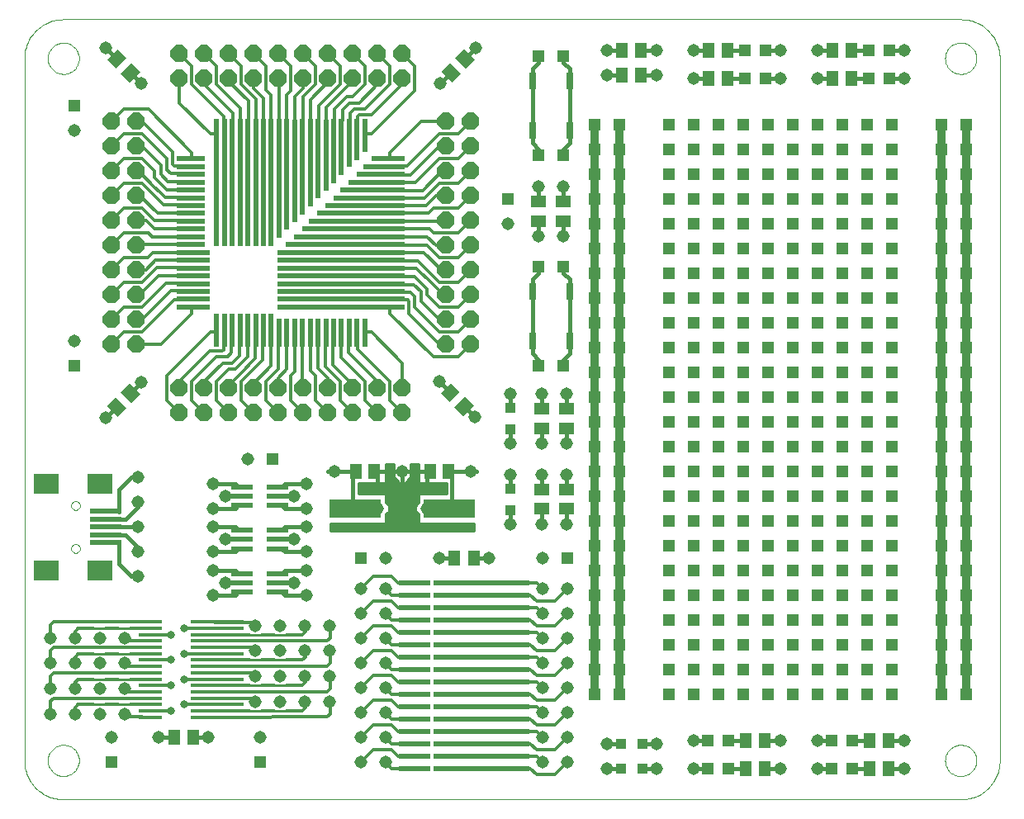
<source format=gtl>
G75*
G70*
%OFA0B0*%
%FSLAX24Y24*%
%IPPOS*%
%LPD*%
%AMOC8*
5,1,8,0,0,1.08239X$1,22.5*
%
%ADD10R,0.1260X0.0236*%
%ADD11C,0.0515*%
%ADD12C,0.0120*%
%ADD13R,0.3858X0.0236*%
%ADD14R,0.0965X0.0177*%
%ADD15C,0.0320*%
%ADD16R,0.2126X0.0177*%
%ADD17C,0.0100*%
%ADD18R,0.0300X0.0650*%
%ADD19R,0.0515X0.0515*%
%ADD20C,0.0160*%
%ADD21R,0.0866X0.0217*%
%ADD22R,0.0512X0.0591*%
%ADD23R,0.0472X0.0472*%
%ADD24R,0.0433X0.0394*%
%ADD25R,0.0394X0.0433*%
%ADD26R,0.2100X0.0760*%
%ADD27R,0.0591X0.0512*%
%ADD28C,0.0320*%
%ADD29C,0.0000*%
%ADD30R,0.0984X0.0787*%
%ADD31R,0.1299X0.0197*%
%ADD32OC8,0.0700*%
%ADD33R,0.1341X0.0217*%
%ADD34R,0.1161X0.0217*%
%ADD35R,0.0217X0.1341*%
%ADD36R,0.0217X0.1161*%
%ADD37R,0.0217X0.1122*%
%ADD38R,0.1122X0.0217*%
%ADD39R,0.5120X0.0217*%
%ADD40R,0.0217X0.5120*%
%ADD41R,0.0217X0.4805*%
%ADD42R,0.0217X0.4490*%
%ADD43R,0.4490X0.0217*%
%ADD44R,0.4175X0.0217*%
%ADD45R,0.0217X0.4175*%
%ADD46R,0.0217X0.3860*%
%ADD47R,0.3860X0.0217*%
%ADD48R,0.3545X0.0217*%
%ADD49R,0.0217X0.3545*%
%ADD50R,0.4805X0.0217*%
%ADD51R,0.3230X0.0217*%
%ADD52R,0.0217X0.3230*%
%ADD53R,0.0217X0.2915*%
%ADD54R,0.2915X0.0217*%
%ADD55R,0.2600X0.0217*%
%ADD56R,0.0217X0.2600*%
%ADD57R,0.0217X0.2285*%
%ADD58R,0.2285X0.0217*%
%ADD59R,0.1970X0.0217*%
%ADD60R,0.0217X0.1970*%
%ADD61R,0.1656X0.0217*%
%ADD62R,0.0217X0.1656*%
D10*
X020374Y004667D03*
X020374Y005167D03*
X020374Y005667D03*
X020374Y006167D03*
X020374Y006667D03*
X020374Y007167D03*
X020374Y007667D03*
X020374Y008167D03*
X020374Y008667D03*
X020374Y009167D03*
X020374Y009667D03*
X020374Y010167D03*
X020374Y010667D03*
X020374Y011167D03*
X020374Y011667D03*
X020374Y012167D03*
D11*
X019205Y011917D03*
X018205Y011917D03*
X018205Y010917D03*
X019205Y010917D03*
X019205Y009917D03*
X018205Y009917D03*
X018205Y008917D03*
X019205Y008917D03*
X019205Y007917D03*
X018205Y007917D03*
X018205Y006917D03*
X019205Y006917D03*
X019205Y005917D03*
X018205Y005917D03*
X018205Y004917D03*
X019205Y004917D03*
X016957Y007372D03*
X015957Y007372D03*
X014957Y007372D03*
X013957Y007372D03*
X013957Y008396D03*
X014957Y008396D03*
X015957Y008396D03*
X016957Y008396D03*
X016957Y009420D03*
X015957Y009420D03*
X014957Y009420D03*
X013957Y009420D03*
X013957Y010443D03*
X014957Y010443D03*
X015957Y010443D03*
X016957Y010443D03*
X016030Y011667D03*
X015530Y012167D03*
X016030Y012667D03*
X016030Y013417D03*
X015530Y013917D03*
X016030Y014417D03*
X016030Y015167D03*
X015530Y015667D03*
X016030Y016167D03*
X017136Y016667D03*
X018886Y015167D03*
X020886Y015167D03*
X019886Y016667D03*
X022636Y016667D03*
X024261Y016542D03*
X025511Y016542D03*
X026511Y016542D03*
X026511Y017792D03*
X025511Y017792D03*
X024261Y017792D03*
X022813Y018865D03*
X024261Y019792D03*
X025511Y019792D03*
X026511Y019792D03*
X021399Y020279D03*
X013636Y017167D03*
X012243Y016167D03*
X012743Y015667D03*
X012243Y015167D03*
X012243Y014417D03*
X012743Y013917D03*
X012243Y013417D03*
X012243Y012667D03*
X012743Y012167D03*
X012243Y011667D03*
X009203Y012417D03*
X009203Y013417D03*
X009203Y014417D03*
X009203Y015417D03*
X009203Y016417D03*
X007929Y018835D03*
X009343Y020249D03*
X006636Y021917D03*
X006636Y030417D03*
X009343Y032335D03*
X007929Y033749D03*
X021429Y032335D03*
X022843Y033749D03*
X028136Y033667D03*
X028136Y032667D03*
X030136Y032667D03*
X030136Y033667D03*
X031636Y033667D03*
X031636Y032542D03*
X035136Y032542D03*
X035136Y033667D03*
X036636Y033667D03*
X036636Y032542D03*
X040136Y032542D03*
X040136Y033667D03*
X026386Y028167D03*
X025386Y028167D03*
X024136Y026667D03*
X025386Y026167D03*
X026386Y026167D03*
X026511Y014542D03*
X025511Y014542D03*
X024261Y014542D03*
X023386Y013167D03*
X021386Y013167D03*
X019205Y013167D03*
X025567Y013167D03*
X025567Y011917D03*
X025567Y010917D03*
X026567Y010917D03*
X026567Y011917D03*
X026567Y009917D03*
X025567Y009917D03*
X025567Y008917D03*
X025567Y007917D03*
X026567Y007917D03*
X026567Y008917D03*
X026567Y006917D03*
X025567Y006917D03*
X025567Y005917D03*
X025567Y004917D03*
X026567Y004917D03*
X026567Y005917D03*
X028136Y005667D03*
X028136Y004667D03*
X030136Y004667D03*
X031636Y004667D03*
X031636Y005792D03*
X030136Y005667D03*
X035136Y005792D03*
X035136Y004667D03*
X036636Y004667D03*
X036636Y005792D03*
X040136Y005792D03*
X040136Y004667D03*
X014136Y005917D03*
X012063Y005917D03*
X010063Y005917D03*
X008670Y006872D03*
X007670Y006872D03*
X006670Y006872D03*
X005670Y006872D03*
X005670Y007896D03*
X006670Y007896D03*
X007670Y007896D03*
X008670Y007896D03*
X008670Y008920D03*
X007670Y008920D03*
X006670Y008920D03*
X005670Y008920D03*
X005670Y009943D03*
X006670Y009943D03*
X007670Y009943D03*
X008670Y009943D03*
X008136Y005917D03*
D12*
X008795Y006747D02*
X008670Y006872D01*
X008795Y006747D02*
X010040Y006741D01*
X009784Y006997D02*
X010557Y006997D01*
X011075Y007253D02*
X012087Y007253D01*
X012313Y007497D02*
X013844Y007497D01*
X013969Y007372D01*
X014207Y006997D02*
X014707Y006997D01*
X015207Y006997D02*
X015832Y006997D01*
X015844Y006997D02*
X015969Y007122D01*
X015969Y007372D01*
X016844Y007771D02*
X012343Y007765D01*
X012855Y008021D02*
X013707Y008021D01*
X013969Y008396D02*
X013844Y008521D01*
X012313Y008521D01*
X012343Y008789D02*
X016844Y008795D01*
X016969Y008920D01*
X016969Y009420D01*
X016844Y009818D02*
X012343Y009812D01*
X012313Y009545D02*
X013844Y009545D01*
X013969Y009420D01*
X014207Y009045D02*
X014707Y009045D01*
X015207Y009045D02*
X015832Y009045D01*
X015844Y009045D02*
X015969Y009170D01*
X015969Y009420D01*
X015844Y010068D02*
X015969Y010193D01*
X015969Y010443D01*
X015832Y010068D02*
X015207Y010068D01*
X014707Y010068D02*
X014207Y010068D01*
X013969Y010443D02*
X013844Y010568D01*
X012313Y010568D01*
X012087Y010324D02*
X011075Y010324D01*
X010557Y010068D02*
X009784Y010068D01*
X009813Y010318D02*
X008920Y010318D01*
X008670Y009943D02*
X008795Y009818D01*
X010040Y009812D01*
X009784Y009556D02*
X005805Y009556D01*
X005677Y009429D01*
X005670Y008920D01*
X005805Y008533D02*
X005677Y008405D01*
X005670Y007896D01*
X005805Y007509D02*
X005677Y007381D01*
X005670Y006872D01*
X005805Y007509D02*
X009784Y007509D01*
X009813Y007247D02*
X008920Y007247D01*
X008420Y007247D02*
X007920Y007247D01*
X007420Y007247D02*
X006795Y007247D01*
X006828Y007253D02*
X006670Y007122D01*
X006670Y006872D01*
X006670Y007896D02*
X006670Y008146D01*
X006828Y008277D01*
X006795Y008271D02*
X007420Y008271D01*
X007920Y008271D02*
X008420Y008271D01*
X008670Y007896D02*
X008795Y007771D01*
X010040Y007765D01*
X009784Y008021D02*
X010557Y008021D01*
X011075Y008277D02*
X012087Y008277D01*
X012087Y009301D02*
X011075Y009301D01*
X010557Y009045D02*
X009784Y009045D01*
X009813Y009295D02*
X008920Y009295D01*
X008670Y008920D02*
X008795Y008795D01*
X010040Y008789D01*
X009784Y008533D02*
X005805Y008533D01*
X006670Y008920D02*
X006670Y009170D01*
X006828Y009301D01*
X006795Y009295D02*
X007420Y009295D01*
X007920Y009295D02*
X008420Y009295D01*
X008920Y008271D02*
X009813Y008271D01*
X008420Y010318D02*
X007920Y010318D01*
X007420Y010318D02*
X006795Y010318D01*
X006828Y010324D02*
X006670Y010193D01*
X006670Y009943D01*
X005670Y009943D02*
X005677Y010452D01*
X005805Y010580D01*
X009784Y010580D01*
X012855Y010068D02*
X013707Y010068D01*
X013707Y009045D02*
X012855Y009045D01*
X014207Y008021D02*
X014707Y008021D01*
X015207Y008021D02*
X015832Y008021D01*
X015844Y008021D02*
X015969Y008146D01*
X015969Y008396D01*
X016969Y008396D02*
X016969Y007896D01*
X016844Y007771D01*
X016969Y007372D02*
X016969Y006872D01*
X016844Y006747D01*
X012343Y006741D01*
X012855Y006997D02*
X013707Y006997D01*
X016844Y009818D02*
X016969Y009943D01*
X016969Y010443D01*
X018205Y010917D02*
X018705Y011417D01*
X019455Y011417D01*
X019705Y011167D01*
X020599Y011167D01*
X020599Y010667D02*
X019455Y010667D01*
X019205Y010917D01*
X019455Y010417D02*
X018705Y010417D01*
X018205Y009917D01*
X018705Y009417D02*
X019455Y009417D01*
X019705Y009167D01*
X020599Y009167D01*
X020599Y009667D02*
X019455Y009667D01*
X019205Y009917D01*
X019455Y010417D02*
X019705Y010167D01*
X020599Y010167D01*
X020599Y011667D02*
X019455Y011667D01*
X019205Y011917D01*
X019455Y012417D02*
X019705Y012167D01*
X020599Y012167D01*
X019455Y012417D02*
X018705Y012417D01*
X018205Y011917D01*
X018705Y009417D02*
X018205Y008917D01*
X018705Y008417D02*
X019455Y008417D01*
X019705Y008167D01*
X020599Y008167D01*
X020599Y007667D02*
X019455Y007667D01*
X019205Y007917D01*
X018705Y008417D02*
X018205Y007917D01*
X018705Y007417D02*
X019455Y007417D01*
X019705Y007167D01*
X020599Y007167D01*
X020599Y006667D02*
X019455Y006667D01*
X019205Y006917D01*
X019455Y006417D02*
X018705Y006417D01*
X018205Y005917D01*
X018705Y005417D02*
X019455Y005417D01*
X019705Y005167D01*
X020599Y005167D01*
X020599Y004667D02*
X019455Y004667D01*
X019205Y004917D01*
X018705Y005417D02*
X018205Y004917D01*
X019205Y005917D02*
X019455Y005667D01*
X020599Y005667D01*
X020599Y006167D02*
X019705Y006167D01*
X019455Y006417D01*
X018705Y007417D02*
X018205Y006917D01*
X019455Y008667D02*
X019205Y008917D01*
X019455Y008667D02*
X020599Y008667D01*
X024567Y009167D02*
X025317Y009167D01*
X025567Y008917D01*
X025317Y008417D02*
X025067Y008667D01*
X024692Y008667D01*
X025317Y008417D02*
X026067Y008417D01*
X026567Y008917D01*
X026067Y009417D02*
X025317Y009417D01*
X025067Y009667D01*
X024692Y009667D01*
X025317Y010167D02*
X025567Y009917D01*
X025317Y010167D02*
X024567Y010167D01*
X024692Y010667D02*
X025067Y010667D01*
X025317Y010417D01*
X026067Y010417D01*
X026567Y010917D01*
X026067Y011417D02*
X025317Y011417D01*
X025067Y011667D01*
X024692Y011667D01*
X024567Y012167D02*
X025317Y012167D01*
X025567Y011917D01*
X026067Y011417D02*
X026567Y011917D01*
X025567Y010917D02*
X025317Y011167D01*
X024567Y011167D01*
X026067Y009417D02*
X026567Y009917D01*
X026567Y007917D02*
X026067Y007417D01*
X025317Y007417D01*
X025067Y007667D01*
X024692Y007667D01*
X024567Y008167D02*
X025317Y008167D01*
X025567Y007917D01*
X025317Y007167D02*
X024567Y007167D01*
X024692Y006667D02*
X025067Y006667D01*
X025317Y006417D01*
X026067Y006417D01*
X026567Y006917D01*
X025567Y006917D02*
X025317Y007167D01*
X025317Y006167D02*
X024567Y006167D01*
X024692Y005667D02*
X025067Y005667D01*
X025317Y005417D01*
X026067Y005417D01*
X026567Y005917D01*
X025567Y005917D02*
X025317Y006167D01*
X025317Y005167D02*
X024567Y005167D01*
X024692Y004667D02*
X025067Y004667D01*
X025317Y004417D01*
X026067Y004417D01*
X026567Y004917D01*
X025567Y004917D02*
X025317Y005167D01*
X019886Y019042D02*
X019386Y019542D01*
X019386Y020292D01*
X018081Y021597D01*
X018081Y021820D01*
X018061Y022017D02*
X018061Y022190D01*
X017745Y022190D02*
X017745Y021933D01*
X017714Y021759D02*
X017714Y021464D01*
X018886Y020292D01*
X018886Y020042D01*
X018386Y020292D02*
X018386Y019542D01*
X018886Y019042D01*
X017886Y019042D02*
X017386Y019542D01*
X017386Y020292D01*
X016795Y020883D01*
X016795Y021820D01*
X017101Y021820D02*
X017101Y020963D01*
X017886Y020178D01*
X017886Y020042D01*
X018386Y020292D02*
X017407Y021270D01*
X017407Y021820D01*
X017115Y021763D02*
X017115Y022191D01*
X016488Y022192D02*
X016488Y020840D01*
X016886Y020442D01*
X016886Y020042D01*
X016386Y020514D02*
X016386Y019542D01*
X016886Y019042D01*
X015886Y019042D02*
X015386Y019542D01*
X015386Y020543D01*
X015549Y020706D01*
X015549Y022192D01*
X015853Y022191D02*
X015853Y020074D01*
X015886Y020042D01*
X016386Y020514D02*
X016182Y020718D01*
X016182Y021820D01*
X015231Y022192D02*
X015231Y020788D01*
X014886Y020443D01*
X014886Y020042D01*
X014386Y020292D02*
X014386Y019542D01*
X014886Y019042D01*
X013886Y019042D02*
X013386Y019542D01*
X013386Y020292D01*
X014254Y021160D01*
X014254Y021863D01*
X014287Y021892D02*
X014287Y022192D01*
X013971Y022191D02*
X013971Y021976D01*
X013959Y021863D02*
X013959Y021219D01*
X013762Y021022D01*
X013516Y020772D01*
X012886Y020142D01*
X012886Y020042D01*
X012386Y020292D02*
X012386Y019542D01*
X012886Y019042D01*
X011886Y019042D02*
X011386Y019542D01*
X011386Y020292D01*
X012386Y021292D01*
X012836Y021292D01*
X012997Y021453D01*
X012997Y021820D01*
X013022Y021927D02*
X013022Y022188D01*
X012707Y022191D02*
X012707Y022012D01*
X012691Y021882D02*
X012691Y021575D01*
X012630Y021514D01*
X012109Y021514D01*
X010886Y020292D01*
X010886Y020042D01*
X010386Y020542D02*
X010386Y019542D01*
X010886Y019042D01*
X011886Y020042D02*
X011886Y020292D01*
X012636Y021042D01*
X013015Y021042D01*
X013304Y021330D01*
X013304Y021759D01*
X013338Y021944D02*
X013338Y022191D01*
X013654Y022190D02*
X013654Y021959D01*
X013636Y021792D02*
X013636Y021292D01*
X013136Y020792D01*
X012886Y020792D01*
X012386Y020292D01*
X013886Y020203D02*
X014599Y020916D01*
X014599Y021961D01*
X014894Y021863D02*
X014894Y020800D01*
X014386Y020292D01*
X013886Y020203D02*
X013886Y020042D01*
X012386Y022292D02*
X012136Y022292D01*
X010386Y020542D01*
X010136Y021792D02*
X009136Y021792D01*
X009386Y022292D02*
X008636Y022292D01*
X008136Y021792D01*
X008136Y022792D02*
X008636Y023292D01*
X009386Y023292D01*
X010365Y024270D01*
X010915Y024270D01*
X010915Y024577D02*
X010057Y024577D01*
X009272Y023792D01*
X009136Y023792D01*
X009386Y024292D02*
X008636Y024292D01*
X008136Y023792D01*
X008136Y024792D02*
X008636Y025292D01*
X009609Y025292D01*
X009812Y025495D01*
X010915Y025495D01*
X011286Y025190D02*
X009934Y025190D01*
X009536Y024792D01*
X009136Y024792D01*
X009386Y024292D02*
X009977Y024883D01*
X010915Y024883D01*
X011285Y025824D02*
X009169Y025824D01*
X009136Y025792D01*
X009638Y026292D02*
X009800Y026129D01*
X011286Y026129D01*
X011286Y026447D02*
X009882Y026447D01*
X009538Y026792D01*
X009136Y026792D01*
X009386Y027292D02*
X008636Y027292D01*
X008136Y026792D01*
X008636Y026292D02*
X008136Y025792D01*
X008636Y026292D02*
X009638Y026292D01*
X009894Y026784D02*
X009386Y027292D01*
X009298Y027792D02*
X010010Y027079D01*
X011056Y027079D01*
X010957Y026784D02*
X009894Y026784D01*
X010254Y027424D02*
X009386Y028292D01*
X008636Y028292D01*
X008136Y027792D01*
X008136Y028792D02*
X008636Y029292D01*
X009386Y029292D01*
X009886Y028792D01*
X009886Y028542D01*
X010386Y028042D01*
X010886Y028042D01*
X010957Y027719D02*
X010313Y027719D01*
X010117Y027916D01*
X009867Y028162D01*
X009237Y028792D01*
X009136Y028792D01*
X009136Y027792D02*
X009298Y027792D01*
X010254Y027424D02*
X010957Y027424D01*
X010854Y028374D02*
X010425Y028374D01*
X010136Y028663D01*
X010136Y029042D01*
X009386Y029792D01*
X009136Y029792D01*
X009386Y030292D02*
X008636Y030292D01*
X008136Y029792D01*
X008136Y030792D02*
X008636Y031292D01*
X009636Y031292D01*
X011386Y029542D01*
X011386Y029292D01*
X011286Y028971D02*
X011107Y028971D01*
X010976Y028987D02*
X010670Y028987D01*
X010609Y029048D01*
X010609Y029569D01*
X009386Y030792D01*
X009136Y030792D01*
X009386Y030292D02*
X010386Y029292D01*
X010386Y028842D01*
X010547Y028680D01*
X010915Y028680D01*
X012136Y030292D02*
X012386Y030292D01*
X012136Y030292D02*
X010886Y031542D01*
X010886Y032542D01*
X011386Y032292D02*
X012691Y030987D01*
X012691Y030763D01*
X013059Y030824D02*
X013059Y031119D01*
X011886Y032292D01*
X011886Y032542D01*
X011386Y032292D02*
X011386Y033042D01*
X010886Y033542D01*
X011886Y033542D02*
X012386Y033042D01*
X012386Y032292D01*
X013365Y031313D01*
X013365Y030763D01*
X013671Y030763D02*
X013671Y031620D01*
X012886Y032405D01*
X012886Y032542D01*
X013386Y032292D02*
X013977Y031700D01*
X013977Y030763D01*
X014284Y030392D02*
X014284Y031743D01*
X013886Y032142D01*
X013886Y032542D01*
X013386Y032292D02*
X013386Y033042D01*
X012886Y033542D01*
X013886Y033542D02*
X014386Y033042D01*
X014386Y032069D01*
X014590Y031865D01*
X014590Y030763D01*
X014919Y030393D02*
X014919Y032509D01*
X014886Y032542D01*
X015386Y033042D02*
X015386Y032040D01*
X015224Y031877D01*
X015224Y030392D01*
X015542Y030392D02*
X015542Y031796D01*
X015886Y032140D01*
X015886Y032542D01*
X016386Y032292D02*
X015878Y031784D01*
X015878Y030721D01*
X016174Y030622D02*
X016174Y031668D01*
X016886Y032380D01*
X016886Y032542D01*
X016386Y032292D02*
X016386Y033042D01*
X015886Y033542D01*
X015386Y033042D02*
X014886Y033542D01*
X016886Y033542D02*
X017386Y033042D01*
X017386Y032292D01*
X016518Y031424D01*
X016518Y030721D01*
X016813Y030721D02*
X016813Y031365D01*
X017010Y031561D01*
X017256Y031811D01*
X017886Y032441D01*
X017886Y032542D01*
X018386Y032292D02*
X017886Y031792D01*
X017636Y031792D01*
X017136Y031292D01*
X017136Y030792D01*
X017469Y030824D02*
X017469Y031253D01*
X017757Y031542D01*
X018136Y031542D01*
X018886Y032292D01*
X018886Y032542D01*
X018386Y032292D02*
X018386Y033042D01*
X017886Y033542D01*
X018886Y033542D02*
X019386Y033042D01*
X019386Y032292D01*
X018386Y031292D01*
X017936Y031292D01*
X017775Y031130D01*
X017775Y030763D01*
X018081Y030702D02*
X018081Y031008D01*
X018142Y031069D01*
X018664Y031069D01*
X019886Y032292D01*
X019886Y032542D01*
X020386Y032042D02*
X020386Y033042D01*
X019886Y033542D01*
X020386Y032042D02*
X018636Y030292D01*
X018386Y030292D01*
X019386Y029542D02*
X019386Y029292D01*
X019386Y029542D02*
X020636Y030792D01*
X021636Y030792D01*
X021386Y030292D02*
X020081Y028987D01*
X019857Y028987D01*
X019919Y028619D02*
X020214Y028619D01*
X021386Y029792D01*
X021636Y029792D01*
X021386Y030292D02*
X022136Y030292D01*
X022636Y030792D01*
X022636Y029792D02*
X022136Y029292D01*
X021386Y029292D01*
X020407Y028313D01*
X019857Y028313D01*
X019857Y028007D02*
X020715Y028007D01*
X021500Y028792D01*
X021636Y028792D01*
X021386Y028292D02*
X020795Y027700D01*
X019857Y027700D01*
X019486Y027393D02*
X020838Y027393D01*
X021236Y027792D01*
X021636Y027792D01*
X021386Y028292D02*
X022136Y028292D01*
X022636Y028792D01*
X022636Y027792D02*
X022136Y027292D01*
X021164Y027292D01*
X020960Y027088D01*
X019857Y027088D01*
X019487Y026759D02*
X021603Y026759D01*
X021636Y026792D01*
X021135Y026292D02*
X022136Y026292D01*
X022636Y026792D01*
X021135Y026292D02*
X020972Y026454D01*
X019486Y026454D01*
X019486Y026136D02*
X020890Y026136D01*
X021235Y025792D01*
X021636Y025792D01*
X021386Y025292D02*
X020878Y025800D01*
X019815Y025800D01*
X019717Y025504D02*
X020762Y025504D01*
X021475Y024792D01*
X021636Y024792D01*
X021386Y025292D02*
X022136Y025292D01*
X022636Y025792D01*
X022636Y024792D02*
X022136Y024292D01*
X021386Y024292D01*
X020518Y025160D01*
X019815Y025160D01*
X019815Y024865D02*
X020459Y024865D01*
X020656Y024668D01*
X020906Y024422D01*
X021536Y023792D01*
X021636Y023792D01*
X021386Y023292D02*
X020886Y023792D01*
X020886Y024042D01*
X020386Y024542D01*
X019886Y024542D01*
X019919Y024209D02*
X020347Y024209D01*
X020636Y023920D01*
X020636Y023542D01*
X021386Y022792D01*
X021636Y022792D01*
X021386Y022292D02*
X020386Y023292D01*
X020386Y023742D01*
X020225Y023903D01*
X019857Y023903D01*
X019796Y023597D02*
X020102Y023597D01*
X020164Y023535D01*
X020164Y023014D01*
X021386Y021792D01*
X021636Y021792D01*
X021386Y022292D02*
X022136Y022292D01*
X022636Y022792D01*
X022136Y023292D02*
X021386Y023292D01*
X022136Y023292D02*
X022636Y023792D01*
X022636Y021792D02*
X022136Y021292D01*
X021136Y021292D01*
X019386Y023042D01*
X019386Y023292D01*
X018636Y022292D02*
X019886Y021042D01*
X019886Y020042D01*
X018636Y022292D02*
X018386Y022292D01*
X011386Y023042D02*
X011386Y023292D01*
X011386Y023042D02*
X010136Y021792D01*
X009386Y022292D02*
X010691Y023597D01*
X010915Y023597D01*
X011112Y023617D02*
X011284Y023617D01*
X010854Y023964D02*
X010559Y023964D01*
X009386Y022792D01*
X009136Y022792D01*
D13*
X023083Y012167D03*
X023083Y011667D03*
X023083Y011167D03*
X023083Y010667D03*
X023083Y010167D03*
X023083Y009667D03*
X023083Y009167D03*
X023083Y008667D03*
X023083Y008167D03*
X023083Y007667D03*
X023083Y007167D03*
X023083Y006667D03*
X023083Y006167D03*
X023083Y005667D03*
X023083Y005167D03*
X023083Y004667D03*
D14*
X009715Y006741D03*
X009715Y006997D03*
X009715Y007253D03*
X009715Y007509D03*
X009715Y007765D03*
X009715Y008021D03*
X009715Y008277D03*
X009715Y008533D03*
X009715Y008789D03*
X009715Y009045D03*
X009715Y009301D03*
X009715Y009556D03*
X009715Y009812D03*
X009715Y010068D03*
X009715Y010324D03*
X009715Y010580D03*
D15*
X010557Y010068D03*
X011075Y010324D03*
X011075Y009301D03*
X010557Y009045D03*
X011075Y008277D03*
X010557Y008021D03*
X011075Y007253D03*
X010557Y006997D03*
D16*
X012412Y006997D03*
X012412Y006741D03*
X012412Y007253D03*
X012412Y007509D03*
X012412Y007765D03*
X012412Y008021D03*
X012412Y008277D03*
X012412Y008533D03*
X012412Y008789D03*
X012412Y009045D03*
X012412Y009301D03*
X012412Y009556D03*
X012412Y009812D03*
X012412Y010068D03*
X012412Y010324D03*
X012412Y010580D03*
D17*
X013707Y010068D02*
X014207Y010068D01*
X014707Y010068D02*
X015207Y010068D01*
X015207Y009045D02*
X014707Y009045D01*
X014207Y009045D02*
X013707Y009045D01*
X013707Y008021D02*
X014207Y008021D01*
X014707Y008021D02*
X015207Y008021D01*
X015207Y006997D02*
X014707Y006997D01*
X014207Y006997D02*
X013707Y006997D01*
X008920Y007247D02*
X008420Y007247D01*
X007920Y007247D02*
X007420Y007247D01*
X007420Y008271D02*
X007920Y008271D01*
X008420Y008271D02*
X008920Y008271D01*
X008920Y009295D02*
X008420Y009295D01*
X007920Y009295D02*
X007420Y009295D01*
X007420Y010318D02*
X007920Y010318D01*
X008420Y010318D02*
X008920Y010318D01*
D18*
X025136Y021917D03*
X026636Y021917D03*
X026636Y023917D03*
X025136Y023917D03*
X025136Y030417D03*
X026636Y030417D03*
X026636Y032417D03*
X025136Y032417D03*
D19*
X025386Y033417D03*
X026386Y033417D03*
X027636Y030667D03*
X028636Y030667D03*
X028636Y029667D03*
X027636Y029667D03*
X026386Y029417D03*
X025386Y029417D03*
X027636Y028667D03*
X028636Y028667D03*
X028636Y027667D03*
X027636Y027667D03*
X027636Y026667D03*
X028636Y026667D03*
X028636Y025667D03*
X027636Y025667D03*
X026386Y024917D03*
X025386Y024917D03*
X027636Y024667D03*
X028636Y024667D03*
X028636Y023667D03*
X027636Y023667D03*
X027636Y022667D03*
X028636Y022667D03*
X028636Y021667D03*
X027636Y021667D03*
X027636Y020667D03*
X028636Y020667D03*
X028636Y019667D03*
X027636Y019667D03*
X027636Y018667D03*
X028636Y018667D03*
X028636Y017667D03*
X027636Y017667D03*
X027636Y016667D03*
X028636Y016667D03*
X028636Y015667D03*
X027636Y015667D03*
X027636Y014667D03*
X028636Y014667D03*
X028636Y013667D03*
X027636Y013667D03*
X026567Y013167D03*
X027636Y012667D03*
X028636Y012667D03*
X028636Y011667D03*
X027636Y011667D03*
X027636Y010667D03*
X028636Y010667D03*
X028636Y009667D03*
X027636Y009667D03*
X027636Y008667D03*
X028636Y008667D03*
X028636Y007667D03*
X027636Y007667D03*
X030636Y007667D03*
X031636Y007667D03*
X032636Y007667D03*
X033636Y007667D03*
X034636Y007667D03*
X035636Y007667D03*
X036636Y007667D03*
X037636Y007667D03*
X038636Y007667D03*
X039636Y007667D03*
X039636Y008667D03*
X039636Y009667D03*
X038636Y009667D03*
X037636Y009667D03*
X036636Y009667D03*
X035636Y009667D03*
X034636Y009667D03*
X033636Y009667D03*
X032636Y009667D03*
X031636Y009667D03*
X030636Y009667D03*
X030636Y008667D03*
X031636Y008667D03*
X032636Y008667D03*
X033636Y008667D03*
X034636Y008667D03*
X035636Y008667D03*
X036636Y008667D03*
X037636Y008667D03*
X038636Y008667D03*
X038636Y010667D03*
X037636Y010667D03*
X036636Y010667D03*
X035636Y010667D03*
X034636Y010667D03*
X033636Y010667D03*
X032636Y010667D03*
X031636Y010667D03*
X030636Y010667D03*
X030636Y011667D03*
X031636Y011667D03*
X031636Y012667D03*
X030636Y012667D03*
X030636Y013667D03*
X031636Y013667D03*
X032636Y013667D03*
X033636Y013667D03*
X034636Y013667D03*
X035636Y013667D03*
X036636Y013667D03*
X037636Y013667D03*
X038636Y013667D03*
X039636Y013667D03*
X039636Y014667D03*
X039636Y015667D03*
X038636Y015667D03*
X037636Y015667D03*
X036636Y015667D03*
X035636Y015667D03*
X034636Y015667D03*
X033636Y015667D03*
X032636Y015667D03*
X031636Y015667D03*
X030636Y015667D03*
X030636Y014667D03*
X031636Y014667D03*
X032636Y014667D03*
X033636Y014667D03*
X034636Y014667D03*
X035636Y014667D03*
X036636Y014667D03*
X037636Y014667D03*
X038636Y014667D03*
X038636Y016667D03*
X037636Y016667D03*
X036636Y016667D03*
X035636Y016667D03*
X034636Y016667D03*
X033636Y016667D03*
X032636Y016667D03*
X031636Y016667D03*
X030636Y016667D03*
X030636Y017667D03*
X031636Y017667D03*
X031636Y018667D03*
X030636Y018667D03*
X030636Y019667D03*
X031636Y019667D03*
X032636Y019667D03*
X033636Y019667D03*
X034636Y019667D03*
X035636Y019667D03*
X036636Y019667D03*
X037636Y019667D03*
X038636Y019667D03*
X039636Y019667D03*
X039636Y020667D03*
X039636Y021667D03*
X038636Y021667D03*
X037636Y021667D03*
X036636Y021667D03*
X035636Y021667D03*
X034636Y021667D03*
X033636Y021667D03*
X032636Y021667D03*
X031636Y021667D03*
X030636Y021667D03*
X030636Y020667D03*
X031636Y020667D03*
X032636Y020667D03*
X033636Y020667D03*
X034636Y020667D03*
X035636Y020667D03*
X036636Y020667D03*
X037636Y020667D03*
X038636Y020667D03*
X038636Y022667D03*
X037636Y022667D03*
X036636Y022667D03*
X035636Y022667D03*
X034636Y022667D03*
X033636Y022667D03*
X032636Y022667D03*
X031636Y022667D03*
X030636Y022667D03*
X030636Y023667D03*
X031636Y023667D03*
X031636Y024667D03*
X030636Y024667D03*
X030636Y025667D03*
X031636Y025667D03*
X032636Y025667D03*
X033636Y025667D03*
X034636Y025667D03*
X035636Y025667D03*
X036636Y025667D03*
X037636Y025667D03*
X038636Y025667D03*
X039636Y025667D03*
X039636Y026667D03*
X039636Y027667D03*
X038636Y027667D03*
X037636Y027667D03*
X036636Y027667D03*
X035636Y027667D03*
X034636Y027667D03*
X033636Y027667D03*
X032636Y027667D03*
X031636Y027667D03*
X030636Y027667D03*
X030636Y026667D03*
X031636Y026667D03*
X032636Y026667D03*
X033636Y026667D03*
X034636Y026667D03*
X035636Y026667D03*
X036636Y026667D03*
X037636Y026667D03*
X038636Y026667D03*
X038636Y028667D03*
X037636Y028667D03*
X036636Y028667D03*
X035636Y028667D03*
X034636Y028667D03*
X033636Y028667D03*
X032636Y028667D03*
X031636Y028667D03*
X030636Y028667D03*
X030636Y029667D03*
X031636Y029667D03*
X031636Y030667D03*
X030636Y030667D03*
X032636Y030667D03*
X033636Y030667D03*
X034636Y030667D03*
X035636Y030667D03*
X036636Y030667D03*
X037636Y030667D03*
X038636Y030667D03*
X039636Y030667D03*
X039636Y029667D03*
X038636Y029667D03*
X037636Y029667D03*
X036636Y029667D03*
X035636Y029667D03*
X034636Y029667D03*
X033636Y029667D03*
X032636Y029667D03*
X039636Y028667D03*
X041636Y028667D03*
X042636Y028667D03*
X042636Y029667D03*
X041636Y029667D03*
X041636Y030667D03*
X042636Y030667D03*
X042636Y027667D03*
X041636Y027667D03*
X041636Y026667D03*
X042636Y026667D03*
X042636Y025667D03*
X041636Y025667D03*
X041636Y024667D03*
X042636Y024667D03*
X042636Y023667D03*
X041636Y023667D03*
X041636Y022667D03*
X042636Y022667D03*
X042636Y021667D03*
X041636Y021667D03*
X041636Y020667D03*
X042636Y020667D03*
X042636Y019667D03*
X041636Y019667D03*
X041636Y018667D03*
X042636Y018667D03*
X042636Y017667D03*
X041636Y017667D03*
X041636Y016667D03*
X042636Y016667D03*
X042636Y015667D03*
X041636Y015667D03*
X041636Y014667D03*
X042636Y014667D03*
X042636Y013667D03*
X041636Y013667D03*
X041636Y012667D03*
X042636Y012667D03*
X042636Y011667D03*
X041636Y011667D03*
X041636Y010667D03*
X042636Y010667D03*
X042636Y009667D03*
X041636Y009667D03*
X041636Y008667D03*
X042636Y008667D03*
X042636Y007667D03*
X041636Y007667D03*
X039636Y010667D03*
X039636Y011667D03*
X039636Y012667D03*
X038636Y012667D03*
X037636Y012667D03*
X036636Y012667D03*
X035636Y012667D03*
X034636Y012667D03*
X033636Y012667D03*
X032636Y012667D03*
X032636Y011667D03*
X033636Y011667D03*
X034636Y011667D03*
X035636Y011667D03*
X036636Y011667D03*
X037636Y011667D03*
X038636Y011667D03*
X039636Y016667D03*
X039636Y017667D03*
X039636Y018667D03*
X038636Y018667D03*
X037636Y018667D03*
X036636Y018667D03*
X035636Y018667D03*
X034636Y018667D03*
X033636Y018667D03*
X032636Y018667D03*
X032636Y017667D03*
X033636Y017667D03*
X034636Y017667D03*
X035636Y017667D03*
X036636Y017667D03*
X037636Y017667D03*
X038636Y017667D03*
X039636Y022667D03*
X039636Y023667D03*
X039636Y024667D03*
X038636Y024667D03*
X037636Y024667D03*
X036636Y024667D03*
X035636Y024667D03*
X034636Y024667D03*
X033636Y024667D03*
X032636Y024667D03*
X032636Y023667D03*
X033636Y023667D03*
X034636Y023667D03*
X035636Y023667D03*
X036636Y023667D03*
X037636Y023667D03*
X038636Y023667D03*
X026386Y020917D03*
X025386Y020917D03*
X024136Y027667D03*
X014636Y017167D03*
X018205Y013167D03*
X006636Y020917D03*
X006636Y031417D03*
X008136Y004917D03*
X014136Y004917D03*
D20*
X012063Y005917D02*
X011563Y005917D01*
X010563Y005917D02*
X010063Y005917D01*
X012243Y011667D02*
X013136Y011667D01*
X013262Y011793D01*
X013636Y011793D01*
X013636Y012167D02*
X012743Y012167D01*
X013136Y012667D02*
X012243Y012667D01*
X012243Y013417D02*
X013136Y013417D01*
X013262Y013543D01*
X013636Y013543D01*
X013636Y013917D02*
X012743Y013917D01*
X013136Y014417D02*
X012243Y014417D01*
X012243Y015167D02*
X013136Y015167D01*
X013262Y015293D01*
X013636Y015293D01*
X013636Y015667D02*
X012743Y015667D01*
X013136Y016167D02*
X013262Y016041D01*
X013636Y016041D01*
X013136Y016167D02*
X012243Y016167D01*
X014636Y016041D02*
X015010Y016041D01*
X015136Y016167D01*
X016030Y016167D01*
X016886Y016667D02*
X017886Y016667D01*
X017886Y015167D01*
X018136Y015792D02*
X019261Y015792D01*
X019261Y015417D01*
X019386Y015292D01*
X019386Y015042D01*
X019261Y014917D01*
X019261Y014542D01*
X017011Y014542D01*
X017011Y014292D01*
X022761Y014292D01*
X022761Y014542D01*
X020511Y014542D01*
X020511Y014917D01*
X020386Y015042D01*
X020386Y015292D01*
X020511Y015417D01*
X020511Y015792D01*
X021636Y015792D01*
X021636Y016167D01*
X018136Y016167D01*
X018136Y015792D01*
X018136Y015942D02*
X021636Y015942D01*
X021636Y016100D02*
X018136Y016100D01*
X018886Y016167D02*
X018886Y016667D01*
X019886Y016667D01*
X019886Y016167D01*
X019761Y016167D02*
X020011Y016167D01*
X020261Y016417D01*
X020511Y016417D01*
X020511Y016259D02*
X020261Y016259D01*
X020103Y016259D01*
X020261Y016167D02*
X019511Y016167D01*
X019511Y016667D01*
X019261Y016667D01*
X019261Y016917D01*
X019511Y016917D01*
X019511Y016667D01*
X019261Y016667D01*
X019261Y015917D01*
X020511Y015917D01*
X020511Y016667D01*
X020386Y016542D01*
X020261Y016542D01*
X020261Y016917D01*
X020511Y016917D01*
X020511Y016667D01*
X020261Y016667D01*
X020261Y016167D01*
X020261Y016100D02*
X019575Y016100D01*
X019628Y015942D02*
X020261Y015942D01*
X020261Y015917D02*
X019636Y015917D01*
X019511Y016292D01*
X019511Y016417D01*
X019261Y016417D01*
X019261Y016259D02*
X019511Y016259D01*
X019522Y016259D02*
X019669Y016259D01*
X019761Y016167D02*
X019511Y016417D01*
X019511Y016576D02*
X019261Y016576D01*
X019261Y016734D02*
X019511Y016734D01*
X019511Y016893D02*
X019261Y016893D01*
X019886Y016667D02*
X020886Y016667D01*
X020886Y016167D01*
X020511Y016100D02*
X019261Y016100D01*
X019261Y015942D02*
X020511Y015942D01*
X020511Y015783D02*
X019261Y015783D01*
X019261Y015625D02*
X020511Y015625D01*
X020511Y015466D02*
X019261Y015466D01*
X019370Y015307D02*
X020402Y015307D01*
X020386Y015149D02*
X019386Y015149D01*
X019335Y014990D02*
X020438Y014990D01*
X020511Y014832D02*
X019261Y014832D01*
X019261Y014673D02*
X020511Y014673D01*
X021886Y015167D02*
X021886Y016667D01*
X022886Y016667D01*
X024261Y016542D02*
X024261Y016042D01*
X024261Y015042D02*
X024261Y014542D01*
X025511Y014542D02*
X025511Y015042D01*
X025511Y016042D02*
X025511Y016542D01*
X026511Y016542D02*
X026511Y016042D01*
X026511Y015042D02*
X026511Y014542D01*
X023386Y013167D02*
X022886Y013167D01*
X021886Y013167D02*
X021386Y013167D01*
X022761Y014356D02*
X017011Y014356D01*
X017011Y014515D02*
X022761Y014515D01*
X020261Y015917D02*
X020261Y016417D01*
X020261Y016576D02*
X020420Y016576D01*
X020511Y016576D02*
X020261Y016576D01*
X020261Y016734D02*
X020511Y016734D01*
X020511Y016893D02*
X020261Y016893D01*
X022459Y019218D02*
X022813Y018865D01*
X021752Y019926D02*
X021399Y020279D01*
X024261Y019792D02*
X024261Y019292D01*
X025511Y019292D02*
X025511Y019792D01*
X026511Y019792D02*
X026511Y019292D01*
X026511Y018292D02*
X026511Y017792D01*
X025511Y017792D02*
X025511Y018292D01*
X024261Y018292D02*
X024261Y017792D01*
X025386Y020917D02*
X025386Y021167D01*
X025136Y021417D01*
X025136Y024417D01*
X025386Y024667D01*
X025386Y024917D01*
X026386Y024917D02*
X026386Y024667D01*
X026636Y024417D01*
X026636Y021417D01*
X026386Y021167D01*
X026386Y020917D01*
X026386Y026167D02*
X026386Y026667D01*
X026386Y027667D02*
X026386Y028167D01*
X025386Y028167D02*
X025386Y027667D01*
X025386Y026667D02*
X025386Y026167D01*
X025386Y029417D02*
X025386Y029667D01*
X025136Y029917D01*
X025136Y032917D01*
X025386Y033167D01*
X025386Y033417D01*
X026386Y033417D02*
X026386Y033167D01*
X026636Y032917D01*
X026636Y029917D01*
X026386Y029667D01*
X026386Y029417D01*
X031636Y032542D02*
X032136Y032542D01*
X033136Y032542D02*
X033636Y032542D01*
X034636Y032542D02*
X035136Y032542D01*
X035136Y033667D02*
X034636Y033667D01*
X033636Y033667D02*
X033136Y033667D01*
X032136Y033667D02*
X031636Y033667D01*
X030136Y033667D02*
X029636Y033667D01*
X028636Y033667D02*
X028136Y033667D01*
X028136Y032667D02*
X028636Y032667D01*
X029636Y032667D02*
X030136Y032667D01*
X036636Y032542D02*
X037136Y032542D01*
X038136Y032542D02*
X038636Y032542D01*
X039636Y032542D02*
X040136Y032542D01*
X040136Y033667D02*
X039636Y033667D01*
X038636Y033667D02*
X038136Y033667D01*
X037136Y033667D02*
X036636Y033667D01*
X022843Y033749D02*
X022490Y033395D01*
X021783Y032688D02*
X021429Y032335D01*
X009343Y032335D02*
X008990Y032688D01*
X008283Y033395D02*
X007929Y033749D01*
X009343Y020249D02*
X008990Y019895D01*
X008283Y019188D02*
X007929Y018835D01*
X008953Y016417D02*
X008453Y015917D01*
X008453Y015042D01*
X008453Y014729D02*
X008703Y014729D01*
X009203Y015229D01*
X009203Y015417D01*
X009203Y016417D02*
X008953Y016417D01*
X009203Y014417D02*
X008516Y014417D01*
X008516Y014104D02*
X008703Y014104D01*
X009203Y013604D01*
X009203Y013417D01*
X008453Y013729D02*
X008453Y012917D01*
X008953Y012417D01*
X009203Y012417D01*
X013136Y012667D02*
X013262Y012541D01*
X013636Y012541D01*
X014636Y012541D02*
X015010Y012541D01*
X015136Y012667D01*
X016030Y012667D01*
X015530Y012167D02*
X014636Y012167D01*
X014636Y011793D02*
X015010Y011793D01*
X015136Y011667D01*
X016030Y011667D01*
X016030Y013417D02*
X015136Y013417D01*
X015010Y013543D01*
X014636Y013543D01*
X014636Y013917D02*
X015530Y013917D01*
X015136Y014417D02*
X016030Y014417D01*
X016030Y015167D02*
X015136Y015167D01*
X015010Y015293D01*
X014636Y015293D01*
X014636Y015667D02*
X015530Y015667D01*
X015136Y014417D02*
X015010Y014291D01*
X014636Y014291D01*
X013636Y014291D02*
X013262Y014291D01*
X013136Y014417D01*
X028136Y005667D02*
X028636Y005667D01*
X029636Y005667D02*
X030136Y005667D01*
X031636Y005792D02*
X032136Y005792D01*
X033136Y005792D02*
X033636Y005792D01*
X034636Y005792D02*
X035136Y005792D01*
X035136Y004667D02*
X034636Y004667D01*
X033636Y004667D02*
X033136Y004667D01*
X032136Y004667D02*
X031636Y004667D01*
X030136Y004667D02*
X029636Y004667D01*
X028636Y004667D02*
X028136Y004667D01*
X036636Y004667D02*
X037136Y004667D01*
X038136Y004667D02*
X038636Y004667D01*
X039636Y004667D02*
X040136Y004667D01*
X040136Y005792D02*
X039636Y005792D01*
X038636Y005792D02*
X038136Y005792D01*
X037136Y005792D02*
X036636Y005792D01*
D21*
X014845Y011793D03*
X014845Y012167D03*
X014845Y012541D03*
X014845Y013543D03*
X014845Y013917D03*
X014845Y014291D03*
X014845Y015293D03*
X014845Y015667D03*
X014845Y016041D03*
X013428Y016041D03*
X013428Y015667D03*
X013428Y015293D03*
X013428Y014291D03*
X013428Y013917D03*
X013428Y013543D03*
X013428Y012541D03*
X013428Y012167D03*
X013428Y011793D03*
D22*
X018012Y016667D03*
X018760Y016667D03*
X021012Y016667D03*
X021760Y016667D03*
G36*
X022411Y019683D02*
X022773Y019321D01*
X022357Y018905D01*
X021995Y019267D01*
X022411Y019683D01*
G37*
G36*
X021854Y020239D02*
X022216Y019877D01*
X021800Y019461D01*
X021438Y019823D01*
X021854Y020239D01*
G37*
X021993Y013167D03*
X022780Y013167D03*
X033762Y005792D03*
X034510Y005792D03*
X034510Y004667D03*
X033762Y004667D03*
X038762Y004667D03*
X039510Y004667D03*
X039510Y005792D03*
X038762Y005792D03*
X011457Y005917D03*
X010670Y005917D03*
G36*
X008747Y019236D02*
X008385Y018874D01*
X007969Y019290D01*
X008331Y019652D01*
X008747Y019236D01*
G37*
G36*
X009304Y019793D02*
X008942Y019431D01*
X008526Y019847D01*
X008888Y020209D01*
X009304Y019793D01*
G37*
G36*
X008942Y033152D02*
X009304Y032790D01*
X008888Y032374D01*
X008526Y032736D01*
X008942Y033152D01*
G37*
G36*
X008385Y033709D02*
X008747Y033347D01*
X008331Y032931D01*
X007969Y033293D01*
X008385Y033709D01*
G37*
G36*
X022247Y032736D02*
X021885Y032374D01*
X021469Y032790D01*
X021831Y033152D01*
X022247Y032736D01*
G37*
G36*
X022804Y033293D02*
X022442Y032931D01*
X022026Y033347D01*
X022388Y033709D01*
X022804Y033293D01*
G37*
X028743Y033667D03*
X029530Y033667D03*
X029530Y032667D03*
X028743Y032667D03*
X032262Y032542D03*
X033010Y032542D03*
X033010Y033667D03*
X032262Y033667D03*
X037262Y033667D03*
X038010Y033667D03*
X038010Y032542D03*
X037262Y032542D03*
D23*
X038723Y032542D03*
X039550Y032542D03*
X039550Y033667D03*
X038723Y033667D03*
X034550Y033667D03*
X033723Y033667D03*
X033723Y032542D03*
X034550Y032542D03*
X033050Y005792D03*
X032223Y005792D03*
X032223Y004667D03*
X033050Y004667D03*
X037223Y004667D03*
X038050Y004667D03*
X038050Y005792D03*
X037223Y005792D03*
D24*
X029569Y005667D03*
X028703Y005667D03*
X028703Y004667D03*
X029569Y004667D03*
D25*
X024261Y015109D03*
X024261Y015975D03*
X024261Y018359D03*
X024261Y019225D03*
D26*
X021786Y015167D03*
X017986Y015167D03*
D27*
X025511Y015148D03*
X025511Y015935D03*
X026511Y015935D03*
X026511Y015148D03*
X026511Y018398D03*
X026511Y019185D03*
X025511Y019185D03*
X025511Y018398D03*
X025386Y026773D03*
X025386Y027560D03*
X026386Y027560D03*
X026386Y026773D03*
D28*
X027636Y030667D02*
X027636Y007667D01*
X028636Y007667D02*
X028636Y030667D01*
X041636Y030667D02*
X041636Y007667D01*
X042636Y007667D02*
X042636Y030667D01*
D29*
X042431Y003417D02*
X006211Y003417D01*
X006211Y003416D02*
X006134Y003418D01*
X006057Y003424D01*
X005980Y003433D01*
X005904Y003446D01*
X005828Y003463D01*
X005754Y003484D01*
X005680Y003508D01*
X005608Y003536D01*
X005538Y003567D01*
X005469Y003602D01*
X005401Y003640D01*
X005336Y003681D01*
X005273Y003726D01*
X005212Y003774D01*
X005153Y003824D01*
X005097Y003877D01*
X005044Y003933D01*
X004994Y003992D01*
X004946Y004053D01*
X004901Y004116D01*
X004860Y004181D01*
X004822Y004249D01*
X004787Y004318D01*
X004756Y004388D01*
X004728Y004460D01*
X004704Y004534D01*
X004683Y004608D01*
X004666Y004684D01*
X004653Y004760D01*
X004644Y004837D01*
X004638Y004914D01*
X004636Y004991D01*
X004636Y033338D01*
X004638Y033415D01*
X004644Y033492D01*
X004653Y033569D01*
X004666Y033645D01*
X004683Y033721D01*
X004704Y033795D01*
X004728Y033869D01*
X004756Y033941D01*
X004787Y034011D01*
X004822Y034080D01*
X004860Y034148D01*
X004901Y034213D01*
X004946Y034276D01*
X004994Y034337D01*
X005044Y034396D01*
X005097Y034452D01*
X005153Y034505D01*
X005212Y034555D01*
X005273Y034603D01*
X005336Y034648D01*
X005401Y034689D01*
X005469Y034727D01*
X005538Y034762D01*
X005608Y034793D01*
X005680Y034821D01*
X005754Y034845D01*
X005828Y034866D01*
X005904Y034883D01*
X005980Y034896D01*
X006057Y034905D01*
X006134Y034911D01*
X006211Y034913D01*
X042431Y034913D01*
X042508Y034911D01*
X042585Y034905D01*
X042662Y034896D01*
X042738Y034883D01*
X042814Y034866D01*
X042888Y034845D01*
X042962Y034821D01*
X043034Y034793D01*
X043104Y034762D01*
X043173Y034727D01*
X043241Y034689D01*
X043306Y034648D01*
X043369Y034603D01*
X043430Y034555D01*
X043489Y034505D01*
X043545Y034452D01*
X043598Y034396D01*
X043648Y034337D01*
X043696Y034276D01*
X043741Y034213D01*
X043782Y034148D01*
X043820Y034080D01*
X043855Y034011D01*
X043886Y033941D01*
X043914Y033869D01*
X043938Y033795D01*
X043959Y033721D01*
X043976Y033645D01*
X043989Y033569D01*
X043998Y033492D01*
X044004Y033415D01*
X044006Y033338D01*
X044006Y004991D01*
X044004Y004914D01*
X043998Y004837D01*
X043989Y004760D01*
X043976Y004684D01*
X043959Y004608D01*
X043938Y004534D01*
X043914Y004460D01*
X043886Y004388D01*
X043855Y004318D01*
X043820Y004249D01*
X043782Y004181D01*
X043741Y004116D01*
X043696Y004053D01*
X043648Y003992D01*
X043598Y003933D01*
X043545Y003877D01*
X043489Y003824D01*
X043430Y003774D01*
X043369Y003726D01*
X043306Y003681D01*
X043241Y003640D01*
X043173Y003602D01*
X043104Y003567D01*
X043034Y003536D01*
X042962Y003508D01*
X042888Y003484D01*
X042814Y003463D01*
X042738Y003446D01*
X042662Y003433D01*
X042585Y003424D01*
X042508Y003418D01*
X042431Y003416D01*
X041801Y004991D02*
X041803Y005041D01*
X041809Y005091D01*
X041819Y005140D01*
X041833Y005188D01*
X041850Y005235D01*
X041871Y005280D01*
X041896Y005324D01*
X041924Y005365D01*
X041956Y005404D01*
X041990Y005441D01*
X042027Y005475D01*
X042067Y005505D01*
X042109Y005532D01*
X042153Y005556D01*
X042199Y005577D01*
X042246Y005593D01*
X042294Y005606D01*
X042344Y005615D01*
X042393Y005620D01*
X042444Y005621D01*
X042494Y005618D01*
X042543Y005611D01*
X042592Y005600D01*
X042640Y005585D01*
X042686Y005567D01*
X042731Y005545D01*
X042774Y005519D01*
X042815Y005490D01*
X042854Y005458D01*
X042890Y005423D01*
X042922Y005385D01*
X042952Y005345D01*
X042979Y005302D01*
X043002Y005258D01*
X043021Y005212D01*
X043037Y005164D01*
X043049Y005115D01*
X043057Y005066D01*
X043061Y005016D01*
X043061Y004966D01*
X043057Y004916D01*
X043049Y004867D01*
X043037Y004818D01*
X043021Y004770D01*
X043002Y004724D01*
X042979Y004680D01*
X042952Y004637D01*
X042922Y004597D01*
X042890Y004559D01*
X042854Y004524D01*
X042815Y004492D01*
X042774Y004463D01*
X042731Y004437D01*
X042686Y004415D01*
X042640Y004397D01*
X042592Y004382D01*
X042543Y004371D01*
X042494Y004364D01*
X042444Y004361D01*
X042393Y004362D01*
X042344Y004367D01*
X042294Y004376D01*
X042246Y004389D01*
X042199Y004405D01*
X042153Y004426D01*
X042109Y004450D01*
X042067Y004477D01*
X042027Y004507D01*
X041990Y004541D01*
X041956Y004578D01*
X041924Y004617D01*
X041896Y004658D01*
X041871Y004702D01*
X041850Y004747D01*
X041833Y004794D01*
X041819Y004842D01*
X041809Y004891D01*
X041803Y004941D01*
X041801Y004991D01*
X006526Y013551D02*
X006528Y013577D01*
X006534Y013603D01*
X006544Y013628D01*
X006557Y013651D01*
X006573Y013671D01*
X006593Y013689D01*
X006615Y013704D01*
X006638Y013716D01*
X006664Y013724D01*
X006690Y013728D01*
X006716Y013728D01*
X006742Y013724D01*
X006768Y013716D01*
X006792Y013704D01*
X006813Y013689D01*
X006833Y013671D01*
X006849Y013651D01*
X006862Y013628D01*
X006872Y013603D01*
X006878Y013577D01*
X006880Y013551D01*
X006878Y013525D01*
X006872Y013499D01*
X006862Y013474D01*
X006849Y013451D01*
X006833Y013431D01*
X006813Y013413D01*
X006791Y013398D01*
X006768Y013386D01*
X006742Y013378D01*
X006716Y013374D01*
X006690Y013374D01*
X006664Y013378D01*
X006638Y013386D01*
X006614Y013398D01*
X006593Y013413D01*
X006573Y013431D01*
X006557Y013451D01*
X006544Y013474D01*
X006534Y013499D01*
X006528Y013525D01*
X006526Y013551D01*
X006526Y015283D02*
X006528Y015309D01*
X006534Y015335D01*
X006544Y015360D01*
X006557Y015383D01*
X006573Y015403D01*
X006593Y015421D01*
X006615Y015436D01*
X006638Y015448D01*
X006664Y015456D01*
X006690Y015460D01*
X006716Y015460D01*
X006742Y015456D01*
X006768Y015448D01*
X006792Y015436D01*
X006813Y015421D01*
X006833Y015403D01*
X006849Y015383D01*
X006862Y015360D01*
X006872Y015335D01*
X006878Y015309D01*
X006880Y015283D01*
X006878Y015257D01*
X006872Y015231D01*
X006862Y015206D01*
X006849Y015183D01*
X006833Y015163D01*
X006813Y015145D01*
X006791Y015130D01*
X006768Y015118D01*
X006742Y015110D01*
X006716Y015106D01*
X006690Y015106D01*
X006664Y015110D01*
X006638Y015118D01*
X006614Y015130D01*
X006593Y015145D01*
X006573Y015163D01*
X006557Y015183D01*
X006544Y015206D01*
X006534Y015231D01*
X006528Y015257D01*
X006526Y015283D01*
X005581Y004991D02*
X005583Y005041D01*
X005589Y005091D01*
X005599Y005140D01*
X005613Y005188D01*
X005630Y005235D01*
X005651Y005280D01*
X005676Y005324D01*
X005704Y005365D01*
X005736Y005404D01*
X005770Y005441D01*
X005807Y005475D01*
X005847Y005505D01*
X005889Y005532D01*
X005933Y005556D01*
X005979Y005577D01*
X006026Y005593D01*
X006074Y005606D01*
X006124Y005615D01*
X006173Y005620D01*
X006224Y005621D01*
X006274Y005618D01*
X006323Y005611D01*
X006372Y005600D01*
X006420Y005585D01*
X006466Y005567D01*
X006511Y005545D01*
X006554Y005519D01*
X006595Y005490D01*
X006634Y005458D01*
X006670Y005423D01*
X006702Y005385D01*
X006732Y005345D01*
X006759Y005302D01*
X006782Y005258D01*
X006801Y005212D01*
X006817Y005164D01*
X006829Y005115D01*
X006837Y005066D01*
X006841Y005016D01*
X006841Y004966D01*
X006837Y004916D01*
X006829Y004867D01*
X006817Y004818D01*
X006801Y004770D01*
X006782Y004724D01*
X006759Y004680D01*
X006732Y004637D01*
X006702Y004597D01*
X006670Y004559D01*
X006634Y004524D01*
X006595Y004492D01*
X006554Y004463D01*
X006511Y004437D01*
X006466Y004415D01*
X006420Y004397D01*
X006372Y004382D01*
X006323Y004371D01*
X006274Y004364D01*
X006224Y004361D01*
X006173Y004362D01*
X006124Y004367D01*
X006074Y004376D01*
X006026Y004389D01*
X005979Y004405D01*
X005933Y004426D01*
X005889Y004450D01*
X005847Y004477D01*
X005807Y004507D01*
X005770Y004541D01*
X005736Y004578D01*
X005704Y004617D01*
X005676Y004658D01*
X005651Y004702D01*
X005630Y004747D01*
X005613Y004794D01*
X005599Y004842D01*
X005589Y004891D01*
X005583Y004941D01*
X005581Y004991D01*
X005581Y033338D02*
X005583Y033388D01*
X005589Y033438D01*
X005599Y033487D01*
X005613Y033535D01*
X005630Y033582D01*
X005651Y033627D01*
X005676Y033671D01*
X005704Y033712D01*
X005736Y033751D01*
X005770Y033788D01*
X005807Y033822D01*
X005847Y033852D01*
X005889Y033879D01*
X005933Y033903D01*
X005979Y033924D01*
X006026Y033940D01*
X006074Y033953D01*
X006124Y033962D01*
X006173Y033967D01*
X006224Y033968D01*
X006274Y033965D01*
X006323Y033958D01*
X006372Y033947D01*
X006420Y033932D01*
X006466Y033914D01*
X006511Y033892D01*
X006554Y033866D01*
X006595Y033837D01*
X006634Y033805D01*
X006670Y033770D01*
X006702Y033732D01*
X006732Y033692D01*
X006759Y033649D01*
X006782Y033605D01*
X006801Y033559D01*
X006817Y033511D01*
X006829Y033462D01*
X006837Y033413D01*
X006841Y033363D01*
X006841Y033313D01*
X006837Y033263D01*
X006829Y033214D01*
X006817Y033165D01*
X006801Y033117D01*
X006782Y033071D01*
X006759Y033027D01*
X006732Y032984D01*
X006702Y032944D01*
X006670Y032906D01*
X006634Y032871D01*
X006595Y032839D01*
X006554Y032810D01*
X006511Y032784D01*
X006466Y032762D01*
X006420Y032744D01*
X006372Y032729D01*
X006323Y032718D01*
X006274Y032711D01*
X006224Y032708D01*
X006173Y032709D01*
X006124Y032714D01*
X006074Y032723D01*
X006026Y032736D01*
X005979Y032752D01*
X005933Y032773D01*
X005889Y032797D01*
X005847Y032824D01*
X005807Y032854D01*
X005770Y032888D01*
X005736Y032925D01*
X005704Y032964D01*
X005676Y033005D01*
X005651Y033049D01*
X005630Y033094D01*
X005613Y033141D01*
X005599Y033189D01*
X005589Y033238D01*
X005583Y033288D01*
X005581Y033338D01*
X041801Y033338D02*
X041803Y033388D01*
X041809Y033438D01*
X041819Y033487D01*
X041833Y033535D01*
X041850Y033582D01*
X041871Y033627D01*
X041896Y033671D01*
X041924Y033712D01*
X041956Y033751D01*
X041990Y033788D01*
X042027Y033822D01*
X042067Y033852D01*
X042109Y033879D01*
X042153Y033903D01*
X042199Y033924D01*
X042246Y033940D01*
X042294Y033953D01*
X042344Y033962D01*
X042393Y033967D01*
X042444Y033968D01*
X042494Y033965D01*
X042543Y033958D01*
X042592Y033947D01*
X042640Y033932D01*
X042686Y033914D01*
X042731Y033892D01*
X042774Y033866D01*
X042815Y033837D01*
X042854Y033805D01*
X042890Y033770D01*
X042922Y033732D01*
X042952Y033692D01*
X042979Y033649D01*
X043002Y033605D01*
X043021Y033559D01*
X043037Y033511D01*
X043049Y033462D01*
X043057Y033413D01*
X043061Y033363D01*
X043061Y033313D01*
X043057Y033263D01*
X043049Y033214D01*
X043037Y033165D01*
X043021Y033117D01*
X043002Y033071D01*
X042979Y033027D01*
X042952Y032984D01*
X042922Y032944D01*
X042890Y032906D01*
X042854Y032871D01*
X042815Y032839D01*
X042774Y032810D01*
X042731Y032784D01*
X042686Y032762D01*
X042640Y032744D01*
X042592Y032729D01*
X042543Y032718D01*
X042494Y032711D01*
X042444Y032708D01*
X042393Y032709D01*
X042344Y032714D01*
X042294Y032723D01*
X042246Y032736D01*
X042199Y032752D01*
X042153Y032773D01*
X042109Y032797D01*
X042067Y032824D01*
X042027Y032854D01*
X041990Y032888D01*
X041956Y032925D01*
X041924Y032964D01*
X041896Y033005D01*
X041871Y033049D01*
X041850Y033094D01*
X041833Y033141D01*
X041819Y033189D01*
X041809Y033238D01*
X041803Y033288D01*
X041801Y033338D01*
D30*
X007687Y016169D03*
X005522Y016169D03*
X005522Y012665D03*
X007687Y012665D03*
D31*
X007924Y013787D03*
X007924Y014102D03*
X007924Y014417D03*
X007924Y014732D03*
X007924Y015047D03*
D32*
X010886Y019042D03*
X011886Y019042D03*
X012886Y019042D03*
X013886Y019042D03*
X014886Y019042D03*
X015886Y019042D03*
X016886Y019042D03*
X017886Y019042D03*
X018886Y019042D03*
X019886Y019042D03*
X019886Y020042D03*
X018886Y020042D03*
X017886Y020042D03*
X016886Y020042D03*
X015886Y020042D03*
X014886Y020042D03*
X013886Y020042D03*
X012886Y020042D03*
X011886Y020042D03*
X010886Y020042D03*
X009136Y021792D03*
X009136Y022792D03*
X008136Y022792D03*
X008136Y021792D03*
X008136Y023792D03*
X009136Y023792D03*
X009136Y024792D03*
X009136Y025792D03*
X008136Y025792D03*
X008136Y024792D03*
X008136Y026792D03*
X009136Y026792D03*
X009136Y027792D03*
X009136Y028792D03*
X008136Y028792D03*
X008136Y027792D03*
X008136Y029792D03*
X009136Y029792D03*
X009136Y030792D03*
X008136Y030792D03*
X010886Y032542D03*
X011886Y032542D03*
X012886Y032542D03*
X013886Y032542D03*
X014886Y032542D03*
X015886Y032542D03*
X016886Y032542D03*
X017886Y032542D03*
X018886Y032542D03*
X019886Y032542D03*
X019886Y033542D03*
X018886Y033542D03*
X017886Y033542D03*
X016886Y033542D03*
X015886Y033542D03*
X014886Y033542D03*
X013886Y033542D03*
X012886Y033542D03*
X011886Y033542D03*
X010886Y033542D03*
X021636Y030792D03*
X022636Y030792D03*
X022636Y029792D03*
X021636Y029792D03*
X021636Y028792D03*
X022636Y028792D03*
X022636Y027792D03*
X021636Y027792D03*
X021636Y026792D03*
X022636Y026792D03*
X022636Y025792D03*
X021636Y025792D03*
X021636Y024792D03*
X022636Y024792D03*
X022636Y023792D03*
X021636Y023792D03*
X021636Y022792D03*
X022636Y022792D03*
X022636Y021792D03*
X021636Y021792D03*
D33*
X011450Y023300D03*
X011450Y023615D03*
X011450Y023929D03*
X011450Y024244D03*
X011450Y024559D03*
X011450Y024874D03*
X011450Y025189D03*
X011450Y025504D03*
X019322Y029284D03*
D34*
X011361Y028024D03*
X011361Y027709D03*
X011361Y027394D03*
X011361Y027079D03*
X011361Y026764D03*
X011361Y026449D03*
X011361Y026134D03*
X011361Y025819D03*
D35*
X012394Y022355D03*
X012709Y022355D03*
X013024Y022355D03*
X013339Y022355D03*
X013654Y022355D03*
X013969Y022355D03*
X014284Y022355D03*
X014599Y022355D03*
X018378Y030228D03*
D36*
X017119Y022266D03*
X016804Y022266D03*
X016489Y022266D03*
X016174Y022266D03*
X015859Y022266D03*
X015544Y022266D03*
X015229Y022266D03*
X014914Y022266D03*
D37*
X017433Y022246D03*
X017748Y022246D03*
X018063Y022246D03*
X018378Y022246D03*
D38*
X011341Y028339D03*
X011341Y028654D03*
X011341Y028969D03*
X011341Y029284D03*
D39*
X017432Y025504D03*
X017432Y025189D03*
X017432Y024874D03*
X017432Y024559D03*
X017432Y024244D03*
X017432Y023929D03*
X017432Y023615D03*
X017432Y023300D03*
D40*
X014599Y028338D03*
X014284Y028338D03*
X013969Y028338D03*
X013654Y028338D03*
X013339Y028338D03*
X013024Y028338D03*
X012709Y028338D03*
X012394Y028338D03*
D41*
X014914Y028495D03*
D42*
X015229Y028653D03*
D43*
X017747Y026134D03*
D44*
X017905Y026449D03*
D45*
X015544Y028810D03*
D46*
X015859Y028968D03*
D47*
X018062Y026764D03*
D48*
X018220Y027079D03*
D49*
X016174Y029125D03*
D50*
X017590Y025819D03*
D51*
X018377Y027394D03*
D52*
X016489Y029283D03*
D53*
X016804Y029440D03*
D54*
X018535Y027709D03*
D55*
X018692Y028024D03*
D56*
X017119Y029598D03*
D57*
X017433Y029755D03*
D58*
X018850Y028339D03*
D59*
X019007Y028654D03*
D60*
X017748Y029913D03*
D61*
X019165Y028969D03*
D62*
X018063Y030070D03*
M02*

</source>
